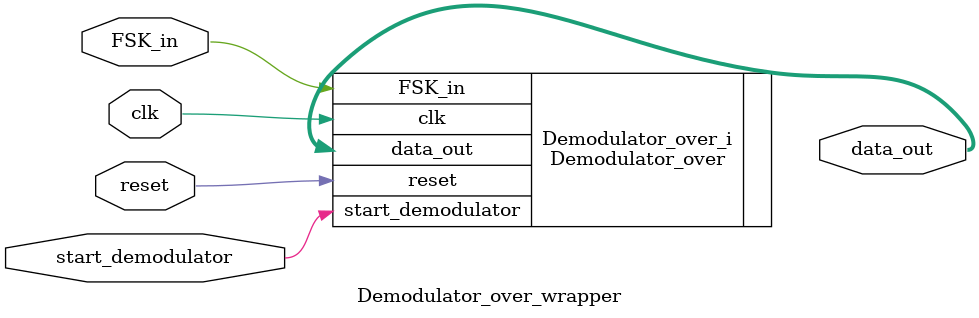
<source format=v>
`timescale 1 ps / 1 ps

module Demodulator_over_wrapper
   (FSK_in,
    clk,
    data_out,
    reset,
    start_demodulator);
  input FSK_in;
  input clk;
  output [63:0]data_out;
  input reset;
  input start_demodulator;

  wire FSK_in;
  wire clk;
  wire [63:0]data_out;
  wire reset;
  wire start_demodulator;

  Demodulator_over Demodulator_over_i
       (.FSK_in(FSK_in),
        .clk(clk),
        .data_out(data_out),
        .reset(reset),
        .start_demodulator(start_demodulator));
endmodule

</source>
